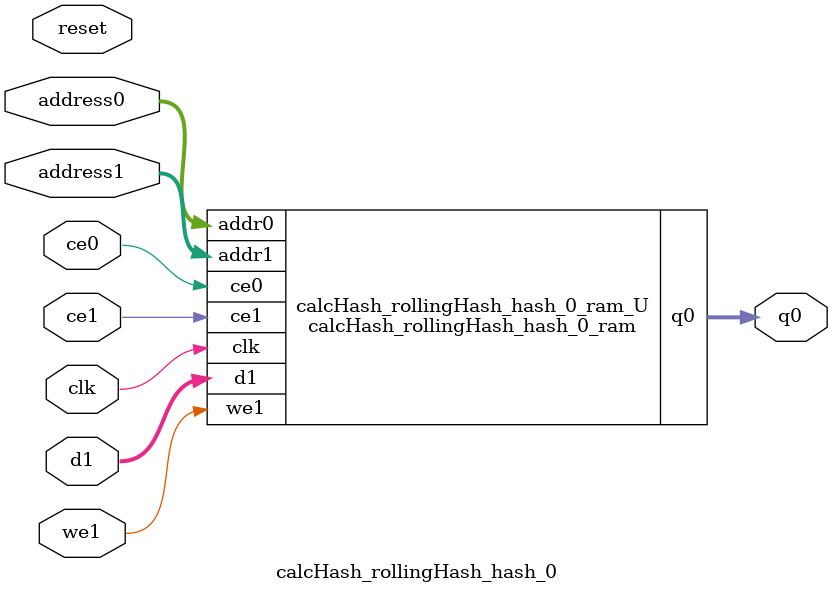
<source format=v>

`timescale 1 ns / 1 ps
module calcHash_rollingHash_hash_0_ram (addr0, ce0, q0, addr1, ce1, d1, we1,  clk);

parameter DWIDTH = 32;
parameter AWIDTH = 5;
parameter MEM_SIZE = 25;

input[AWIDTH-1:0] addr0;
input ce0;
output reg[DWIDTH-1:0] q0;
input[AWIDTH-1:0] addr1;
input ce1;
input[DWIDTH-1:0] d1;
input we1;
input clk;

(* ram_style = "block" *)reg [DWIDTH-1:0] ram[MEM_SIZE-1:0];




always @(posedge clk)  
begin 
    if (ce0) 
    begin
            q0 <= ram[addr0];
    end
end


always @(posedge clk)  
begin 
    if (ce1) 
    begin
        if (we1) 
        begin 
            ram[addr1] <= d1; 
        end 
    end
end


endmodule


`timescale 1 ns / 1 ps
module calcHash_rollingHash_hash_0(
    reset,
    clk,
    address0,
    ce0,
    q0,
    address1,
    ce1,
    we1,
    d1);

parameter DataWidth = 32'd32;
parameter AddressRange = 32'd25;
parameter AddressWidth = 32'd5;
input reset;
input clk;
input[AddressWidth - 1:0] address0;
input ce0;
output[DataWidth - 1:0] q0;
input[AddressWidth - 1:0] address1;
input ce1;
input we1;
input[DataWidth - 1:0] d1;



calcHash_rollingHash_hash_0_ram calcHash_rollingHash_hash_0_ram_U(
    .clk( clk ),
    .addr0( address0 ),
    .ce0( ce0 ),
    .q0( q0 ),
    .addr1( address1 ),
    .ce1( ce1 ),
    .d1( d1 ),
    .we1( we1 ));

endmodule


</source>
